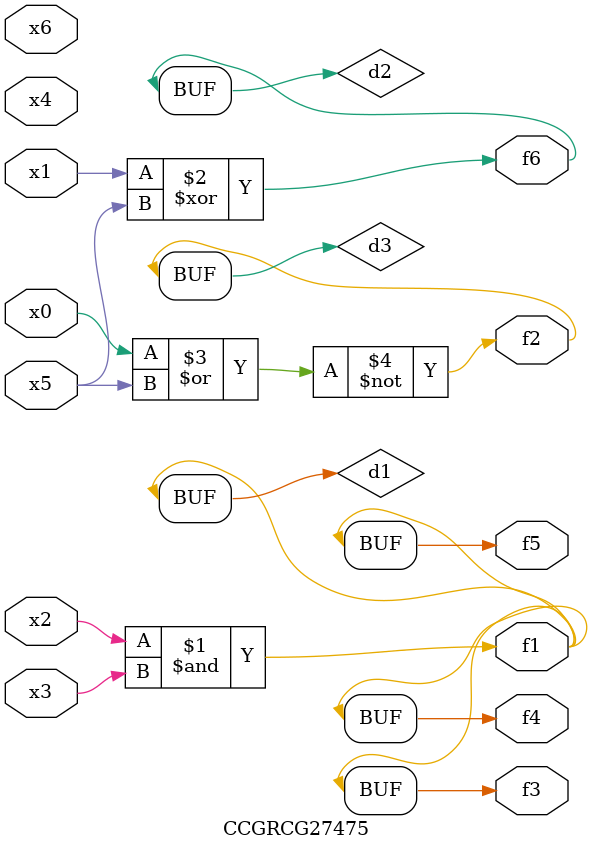
<source format=v>
module CCGRCG27475(
	input x0, x1, x2, x3, x4, x5, x6,
	output f1, f2, f3, f4, f5, f6
);

	wire d1, d2, d3;

	and (d1, x2, x3);
	xor (d2, x1, x5);
	nor (d3, x0, x5);
	assign f1 = d1;
	assign f2 = d3;
	assign f3 = d1;
	assign f4 = d1;
	assign f5 = d1;
	assign f6 = d2;
endmodule

</source>
